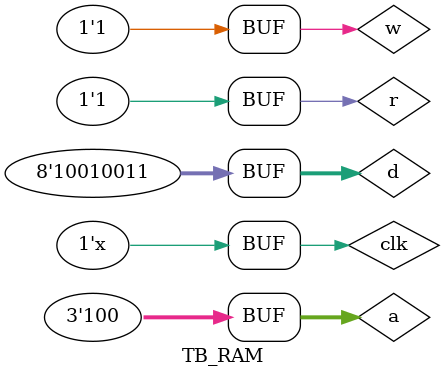
<source format=v>
`timescale 1ns / 1ns
module TB_RAM();

reg clk,r,w;
reg [7:0]d;
reg [2:0]a;
wire [7:0]out;

Single_Port_RAM dut(clk,r,w,d,a,out);
always #10 clk = ~clk;
initial begin
    clk = 0;d = 8'b00100010; a = 3'b100;
    r = 1; w = 1;#20;r = 0 ; #10; 
    d = 8'b11111111; w = 1; #10;
    #20; r = 1; d = 8'b10010011; #20;
    w = 1; #20; r = 1;
    
end
endmodule

</source>
